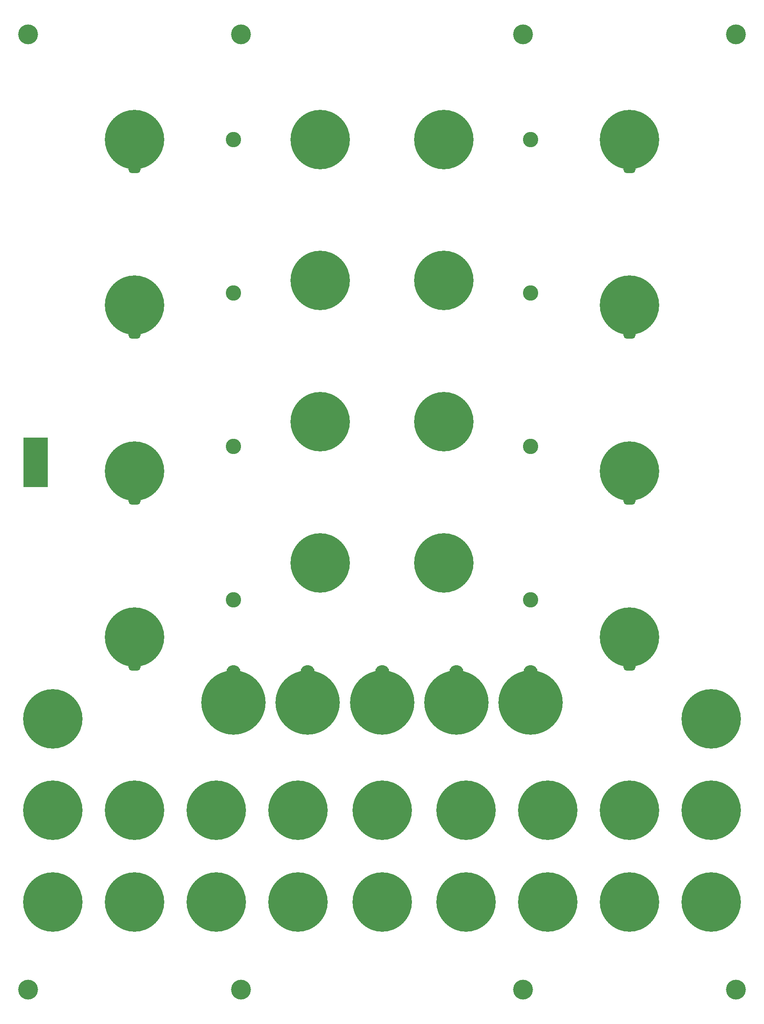
<source format=gbs>
%TF.GenerationSoftware,KiCad,Pcbnew,9.0.4*%
%TF.CreationDate,2025-10-03T19:57:29+02:00*%
%TF.ProjectId,DMH_VCEG_PANEL,444d485f-5643-4454-975f-50414e454c2e,rev?*%
%TF.SameCoordinates,Original*%
%TF.FileFunction,Soldermask,Bot*%
%TF.FilePolarity,Negative*%
%FSLAX46Y46*%
G04 Gerber Fmt 4.6, Leading zero omitted, Abs format (unit mm)*
G04 Created by KiCad (PCBNEW 9.0.4) date 2025-10-03 19:57:29*
%MOMM*%
%LPD*%
G01*
G04 APERTURE LIST*
%ADD10C,12.000000*%
%ADD11O,2.500000X1.500000*%
%ADD12C,4.000000*%
%ADD13C,0.500000*%
%ADD14C,3.100000*%
%ADD15C,2.900000*%
%ADD16C,13.000000*%
%ADD17R,5.000000X10.000000*%
G04 APERTURE END LIST*
D10*
%TO.C,H47*%
X150000000Y-88250000D03*
D11*
X150000000Y-94250000D03*
%TD*%
D10*
%TO.C,H9*%
X87500000Y-54750000D03*
%TD*%
D12*
%TO.C,H54*%
X128500000Y-226500000D03*
%TD*%
D13*
%TO.C,H35*%
X111300000Y-208750000D03*
X112960000Y-204720000D03*
X112970000Y-212790000D03*
X117000000Y-203050000D03*
D10*
X117000000Y-208750000D03*
D13*
X117000000Y-214450000D03*
X121030000Y-212790000D03*
X121040000Y-204720000D03*
X122700000Y-208750000D03*
%TD*%
D12*
%TO.C,H3*%
X28500000Y-226500000D03*
%TD*%
D10*
%TO.C,H12*%
X87500000Y-140250000D03*
%TD*%
%TO.C,H10*%
X87500000Y-83250000D03*
%TD*%
D12*
%TO.C,H52*%
X128500000Y-33500000D03*
%TD*%
%TO.C,H51*%
X71500000Y-33500000D03*
%TD*%
D10*
%TO.C,H8*%
X50000000Y-155250000D03*
D11*
X50000000Y-161250000D03*
%TD*%
D10*
%TO.C,H41*%
X112500000Y-111750000D03*
%TD*%
D13*
%TO.C,H15*%
X27800000Y-190250000D03*
X29460000Y-186220000D03*
X29470000Y-194290000D03*
X33500000Y-184550000D03*
D10*
X33500000Y-190250000D03*
D13*
X33500000Y-195950000D03*
X37530000Y-194290000D03*
X37540000Y-186220000D03*
X39200000Y-190250000D03*
%TD*%
D14*
%TO.C,H33*%
X130000000Y-85750000D03*
%TD*%
D15*
%TO.C,H32*%
X130000000Y-162400000D03*
D16*
X130000000Y-168500000D03*
%TD*%
D10*
%TO.C,H40*%
X112500000Y-83250000D03*
%TD*%
D15*
%TO.C,H14*%
X70000000Y-162400000D03*
D16*
X70000000Y-168500000D03*
%TD*%
D10*
%TO.C,H7*%
X50000000Y-121750000D03*
D11*
X50000000Y-127750000D03*
%TD*%
D13*
%TO.C,H60*%
X60800000Y-208750000D03*
X62460000Y-204720000D03*
X62470000Y-212790000D03*
X66500000Y-203050000D03*
D10*
X66500000Y-208750000D03*
D13*
X66500000Y-214450000D03*
X70530000Y-212790000D03*
X70540000Y-204720000D03*
X72200000Y-208750000D03*
%TD*%
%TO.C,H34*%
X144300000Y-190250000D03*
X145960000Y-186220000D03*
X145970000Y-194290000D03*
X150000000Y-184550000D03*
D10*
X150000000Y-190250000D03*
D13*
X150000000Y-195950000D03*
X154030000Y-194290000D03*
X154040000Y-186220000D03*
X155700000Y-190250000D03*
%TD*%
%TO.C,H37*%
X127800000Y-190250000D03*
X129460000Y-186220000D03*
X129470000Y-194290000D03*
X133500000Y-184550000D03*
D10*
X133500000Y-190250000D03*
D13*
X133500000Y-195950000D03*
X137530000Y-194290000D03*
X137540000Y-186220000D03*
X139200000Y-190250000D03*
%TD*%
D10*
%TO.C,H48*%
X150000000Y-121750000D03*
D11*
X150000000Y-127750000D03*
%TD*%
D13*
%TO.C,H62*%
X144300000Y-208750000D03*
X145960000Y-204720000D03*
X145970000Y-212790000D03*
X150000000Y-203050000D03*
D10*
X150000000Y-208750000D03*
D13*
X150000000Y-214450000D03*
X154030000Y-212790000D03*
X154040000Y-204720000D03*
X155700000Y-208750000D03*
%TD*%
D14*
%TO.C,H26*%
X70000000Y-116750000D03*
%TD*%
%TO.C,H24*%
X70000000Y-54750000D03*
%TD*%
%TO.C,H36*%
X130000000Y-116750000D03*
%TD*%
D13*
%TO.C,H44*%
X111300000Y-190250000D03*
X112960000Y-186220000D03*
X112970000Y-194290000D03*
X117000000Y-184550000D03*
D10*
X117000000Y-190250000D03*
D13*
X117000000Y-195950000D03*
X121030000Y-194290000D03*
X121040000Y-186220000D03*
X122700000Y-190250000D03*
%TD*%
D15*
%TO.C,H31*%
X115000000Y-162400000D03*
D16*
X115000000Y-168500000D03*
%TD*%
D13*
%TO.C,H23*%
X94300000Y-190250000D03*
X95960000Y-186220000D03*
X95970000Y-194290000D03*
X100000000Y-184550000D03*
D10*
X100000000Y-190250000D03*
D13*
X100000000Y-195950000D03*
X104030000Y-194290000D03*
X104040000Y-186220000D03*
X105700000Y-190250000D03*
%TD*%
D10*
%TO.C,H49*%
X150000000Y-155250000D03*
D11*
X150000000Y-161250000D03*
%TD*%
D10*
%TO.C,H11*%
X87500000Y-111750000D03*
%TD*%
D13*
%TO.C,H38*%
X160800000Y-208750000D03*
X162460000Y-204720000D03*
X162470000Y-212790000D03*
X166500000Y-203050000D03*
D10*
X166500000Y-208750000D03*
D13*
X166500000Y-214450000D03*
X170530000Y-212790000D03*
X170540000Y-204720000D03*
X172200000Y-208750000D03*
%TD*%
D10*
%TO.C,H46*%
X150000000Y-54750000D03*
D11*
X150000000Y-60750000D03*
%TD*%
D12*
%TO.C,H53*%
X71500000Y-226500000D03*
%TD*%
D13*
%TO.C,H29*%
X160800000Y-190250000D03*
X162460000Y-186220000D03*
X162470000Y-194290000D03*
X166500000Y-184550000D03*
D10*
X166500000Y-190250000D03*
D13*
X166500000Y-195950000D03*
X170530000Y-194290000D03*
X170540000Y-186220000D03*
X172200000Y-190250000D03*
%TD*%
D14*
%TO.C,H27*%
X70000000Y-147750000D03*
%TD*%
D10*
%TO.C,H6*%
X50000000Y-88250000D03*
D11*
X50000000Y-94250000D03*
%TD*%
D13*
%TO.C,H17*%
X60800000Y-190250000D03*
X62460000Y-186220000D03*
X62470000Y-194290000D03*
X66500000Y-184550000D03*
D10*
X66500000Y-190250000D03*
D13*
X66500000Y-195950000D03*
X70530000Y-194290000D03*
X70540000Y-186220000D03*
X72200000Y-190250000D03*
%TD*%
D14*
%TO.C,H43*%
X130000000Y-147750000D03*
%TD*%
D13*
%TO.C,H18*%
X77300000Y-190250000D03*
X78960000Y-186220000D03*
X78970000Y-194290000D03*
X83000000Y-184550000D03*
D10*
X83000000Y-190250000D03*
D13*
X83000000Y-195950000D03*
X87030000Y-194290000D03*
X87040000Y-186220000D03*
X88700000Y-190250000D03*
%TD*%
%TO.C,H30*%
X160800000Y-171750000D03*
X162460000Y-167720000D03*
X162470000Y-175790000D03*
X166500000Y-166050000D03*
D10*
X166500000Y-171750000D03*
D13*
X166500000Y-177450000D03*
X170530000Y-175790000D03*
X170540000Y-167720000D03*
X172200000Y-171750000D03*
%TD*%
D12*
%TO.C,H2*%
X171500000Y-33500000D03*
%TD*%
%TO.C,H4*%
X171500000Y-226500000D03*
%TD*%
D13*
%TO.C,H16*%
X44300000Y-190250000D03*
X45960000Y-186220000D03*
X45970000Y-194290000D03*
X50000000Y-184550000D03*
D10*
X50000000Y-190250000D03*
D13*
X50000000Y-195950000D03*
X54030000Y-194290000D03*
X54040000Y-186220000D03*
X55700000Y-190250000D03*
%TD*%
%TO.C,H19*%
X27800000Y-171750000D03*
X29460000Y-167720000D03*
X29470000Y-175790000D03*
X33500000Y-166050000D03*
D10*
X33500000Y-171750000D03*
D13*
X33500000Y-177450000D03*
X37530000Y-175790000D03*
X37540000Y-167720000D03*
X39200000Y-171750000D03*
%TD*%
D10*
%TO.C,H42*%
X112500000Y-140250000D03*
%TD*%
D13*
%TO.C,H61*%
X127800000Y-208750000D03*
X129460000Y-204720000D03*
X129470000Y-212790000D03*
X133500000Y-203050000D03*
D10*
X133500000Y-208750000D03*
D13*
X133500000Y-214450000D03*
X137530000Y-212790000D03*
X137540000Y-204720000D03*
X139200000Y-208750000D03*
%TD*%
D12*
%TO.C,H1*%
X28500000Y-33500000D03*
%TD*%
D14*
%TO.C,H28*%
X130000000Y-54750000D03*
%TD*%
D15*
%TO.C,H13*%
X85000000Y-162400000D03*
D16*
X85000000Y-168500000D03*
%TD*%
D13*
%TO.C,H50*%
X94300000Y-208750000D03*
X95960000Y-204720000D03*
X95970000Y-212790000D03*
X100000000Y-203050000D03*
D10*
X100000000Y-208750000D03*
D13*
X100000000Y-214450000D03*
X104030000Y-212790000D03*
X104040000Y-204720000D03*
X105700000Y-208750000D03*
%TD*%
D15*
%TO.C,H45*%
X100000000Y-162400000D03*
D16*
X100000000Y-168500000D03*
%TD*%
D14*
%TO.C,H25*%
X70000000Y-85750000D03*
%TD*%
D13*
%TO.C,H20*%
X77300000Y-208750000D03*
X78960000Y-204720000D03*
X78970000Y-212790000D03*
X83000000Y-203050000D03*
D10*
X83000000Y-208750000D03*
D13*
X83000000Y-214450000D03*
X87030000Y-212790000D03*
X87040000Y-204720000D03*
X88700000Y-208750000D03*
%TD*%
D10*
%TO.C,H39*%
X112500000Y-54750000D03*
%TD*%
D13*
%TO.C,H59*%
X44300000Y-208750000D03*
X45960000Y-204720000D03*
X45970000Y-212790000D03*
X50000000Y-203050000D03*
D10*
X50000000Y-208750000D03*
D13*
X50000000Y-214450000D03*
X54030000Y-212790000D03*
X54040000Y-204720000D03*
X55700000Y-208750000D03*
%TD*%
D10*
%TO.C,H5*%
X50000000Y-54750000D03*
D11*
X50000000Y-60750000D03*
%TD*%
D13*
%TO.C,H21*%
X27800000Y-208750000D03*
X29460000Y-204720000D03*
X29470000Y-212790000D03*
X33500000Y-203050000D03*
D10*
X33500000Y-208750000D03*
D13*
X33500000Y-214450000D03*
X37530000Y-212790000D03*
X37540000Y-204720000D03*
X39200000Y-208750000D03*
%TD*%
D17*
%TO.C,J0*%
X30000000Y-120000000D03*
%TD*%
M02*

</source>
